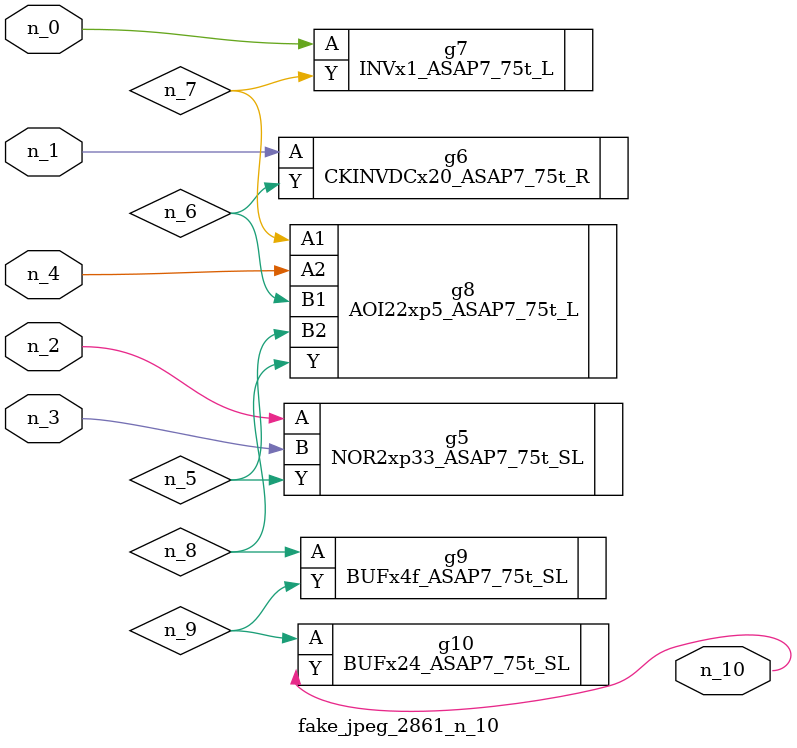
<source format=v>
module fake_jpeg_2861_n_10 (n_3, n_2, n_1, n_0, n_4, n_10);

input n_3;
input n_2;
input n_1;
input n_0;
input n_4;

output n_10;

wire n_8;
wire n_9;
wire n_6;
wire n_5;
wire n_7;

NOR2xp33_ASAP7_75t_SL g5 ( 
.A(n_2),
.B(n_3),
.Y(n_5)
);

CKINVDCx20_ASAP7_75t_R g6 ( 
.A(n_1),
.Y(n_6)
);

INVx1_ASAP7_75t_L g7 ( 
.A(n_0),
.Y(n_7)
);

AOI22xp5_ASAP7_75t_L g8 ( 
.A1(n_7),
.A2(n_4),
.B1(n_6),
.B2(n_5),
.Y(n_8)
);

BUFx4f_ASAP7_75t_SL g9 ( 
.A(n_8),
.Y(n_9)
);

BUFx24_ASAP7_75t_SL g10 ( 
.A(n_9),
.Y(n_10)
);


endmodule
</source>
